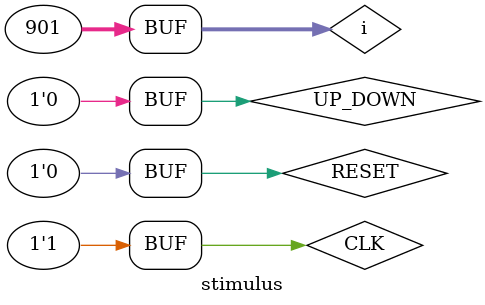
<source format=sv>

`timescale 1ns / 1ps

module stimulus;
	// Inputs
  reg CLK,RESET,UP_DOWN;
	// Output
  wire[7:0] OUT;
  
   // Generate Block, Verilog-2001

begin
 Count_Up_Down Instancia_Count_Up_Down(
   .clk(CLK),
   .reset(RESET),
   .up_down(UP_DOWN),
   .out(OUT)
);
end
  
integer i;

initial 
begin

CLK=0;
  for (i=0; i<=900; i=i+1)
  begin
    #5 CLK = ~CLK;
  end
end
  
initial 
begin
$dumpfile("test.vcd");
$dumpvars(1);
 
RESET =0;
UP_DOWN=1;
#1 RESET=1;
#200 RESET=0;
#250 RESET=1;
#300 UP_DOWN=0;  
#300 RESET=0;
end
endmodule
</source>
